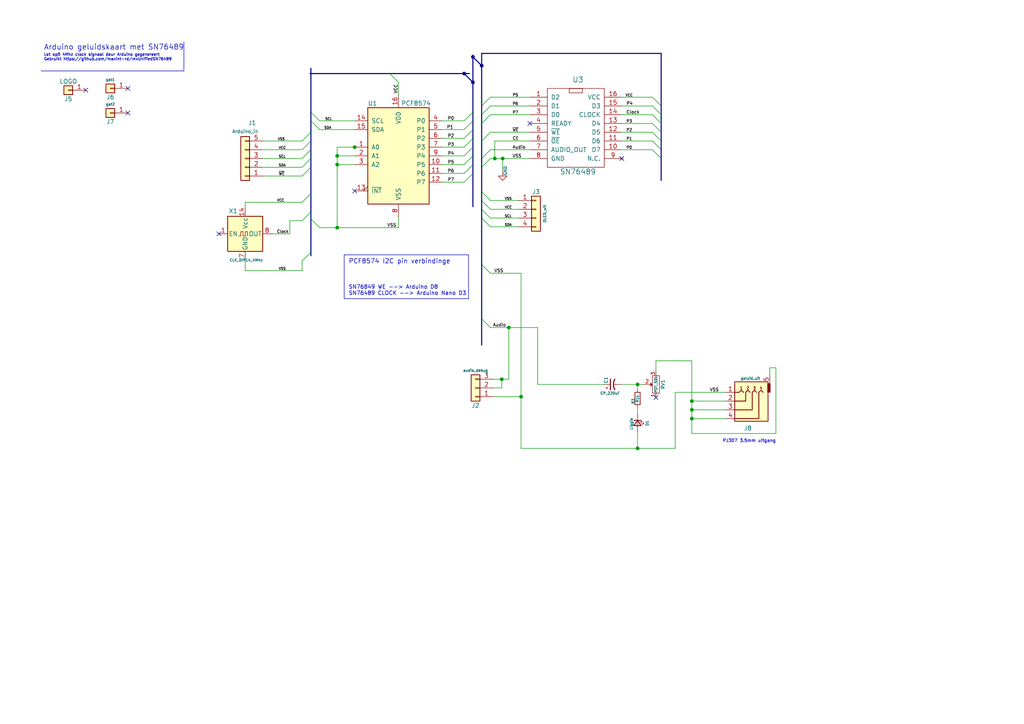
<source format=kicad_sch>
(kicad_sch (version 20230121) (generator eeschema)
  (paper "A4")
  (title_block (title "SN76489 geluid shield vir Arduino Nano") (date "2018-09-05") (rev "20180905 0.7.06") (company "EasyLab4Kids") (comment 1 "Ontwerp: Michiel Erasmus") (comment 2 "Webwerf: https://www.facebook.com/EasyBlocks4Kids/") (comment 3 "gebruik mxUnifiedSN76489") (comment 4 "Geluidskaart vir Arduino met Sega Genisis geluidskaart"))
  (lib_symbols
    (symbol "Device:LED_Small" (pin_numbers hide) (pin_names (offset 0.254) hide)
      (property "Reference" "D" (at -1.27 3.175 0))
      (property "Value" "LED_Small" (at -4.445 -2.54 0))
      (symbol "LED_Small_0_1"
        (polyline (pts (xy -0.762 -1.016) (xy -0.762 1.016)) (stroke (width 0.254)))
        (polyline (pts (xy 1.016 0) (xy -0.762 0)))
        (polyline (pts (xy 0.762 -1.016) (xy -0.762 0) (xy 0.762 1.016) (xy 0.762 -1.016)) (stroke (width 0.254)))
        (polyline (pts (xy 0 0.762) (xy -0.508 1.27) (xy -0.254 1.27) (xy -0.508 1.27) (xy -0.508 1.016)))
        (polyline (pts (xy 0.508 1.27) (xy 0 1.778) (xy 0.254 1.778) (xy 0 1.778) (xy 0 1.524)))
      )
      (symbol "LED_Small_1_1"
        (pin passive line (at -2.54 0 0) (length 1.778) (name "K") (number "1"))
        (pin passive line (at 2.54 0 180) (length 1.778) (name "A") (number "2"))
      )
    )
    (symbol "Device:R_Small" (pin_numbers hide) (pin_names (offset 0.254) hide)
      (property "Reference" "R" (at 0.762 0.508 0))
      (property "Value" "R_Small" (at 0.762 -1.016 0))
      (symbol "R_Small_0_1"
        (rectangle (start -0.762 1.778) (end 0.762 -1.778) (stroke (width 0.2032)))
      )
      (symbol "R_Small_1_1"
        (pin passive line (at 0 2.54 270) (length 0.762) (name "~") (number "1"))
        (pin passive line (at 0 -2.54 90) (length 0.762) (name "~") (number "2"))
      )
    )
    (symbol "Oscillator:CXO_DIP14" (pin_names (offset 0.254))
      (property "Reference" "X" (at -5.08 6.35 0))
      (property "Value" "CXO_DIP14" (at 1.27 -6.35 0))
      (symbol "CXO_DIP14_0_1"
        (rectangle (start -5.08 5.08) (end 5.08 -5.08) (stroke (width 0.254)) (fill (type background)))
        (polyline (pts (xy -1.905 -0.635) (xy -1.27 -0.635) (xy -1.27 0.635) (xy -0.635 0.635) (xy -0.635 -0.635) (xy 0 -0.635) (xy 0 0.635) (xy 0.635 0.635) (xy 0.635 -0.635)))
      )
      (symbol "CXO_DIP14_1_1"
        (pin input line (at -7.62 0 0) (length 2.54) (name "EN") (number "1"))
        (pin power_in line (at 0 7.62 270) (length 2.54) (name "Vcc") (number "14"))
        (pin power_in line (at 0 -7.62 90) (length 2.54) (name "GND") (number "7"))
        (pin output line (at 7.62 0 180) (length 2.54) (name "OUT") (number "8"))
      )
    )
    (symbol "SN76849 Arduino nano shield-rescue:Audio-Jack-5-conn" (pin_names (offset 1.016))
      (property "Reference" "J" (at -1.27 5.334 0))
      (property "Value" "conn:Audio-Jack-5" (at 0.635 -9.525 0))
      (symbol "Audio-Jack-5-conn_0_0"
        (rectangle (start -7.112 -8.128) (end 2.54 3.302) (stroke (width 0.254)) (fill (type background)))
        (text "1" (at 0.635 -6.35 0) (effects (font (size 0.762 0.762))))
        (text "2" (at -1.27 -6.35 0) (effects (font (size 0.762 0.762))))
        (text "3" (at -3.175 -6.35 0) (effects (font (size 0.762 0.762))))
        (text "4" (at -5.08 -6.35 0) (effects (font (size 0.762 0.762))))
      )
      (symbol "Audio-Jack-5-conn_0_1"
        (rectangle (start -6.985 -7.62) (end -7.747 -5.08) (fill (type outline)))
        (polyline (pts (xy 0 -5.08) (xy 0.635 -5.715) (xy 1.27 -5.08) (xy 2.54 -5.08)) (stroke (width 0.254)))
        (polyline (pts (xy -1.905 -5.08) (xy -1.27 -5.715) (xy -0.635 -5.08) (xy -0.635 -2.54) (xy 2.54 -2.54)) (stroke (width 0.254)))
        (polyline (pts (xy 2.54 0) (xy -2.54 0) (xy -2.54 -5.08) (xy -3.175 -5.715) (xy -3.81 -5.08)) (stroke (width 0.254)))
        (polyline (pts (xy 2.54 2.54) (xy -4.445 2.54) (xy -4.445 -5.08) (xy -5.08 -5.715) (xy -5.715 -5.08)) (stroke (width 0.254)))
      )
      (symbol "Audio-Jack-5-conn_1_1"
        (pin passive line (at 5.08 -5.08 180) (length 2.54) (name "~") (number "1"))
        (pin passive line (at 5.08 -2.54 180) (length 2.54) (name "~") (number "2"))
        (pin passive line (at 5.08 0 180) (length 2.54) (name "~") (number "3"))
        (pin passive line (at 5.08 2.54 180) (length 2.54) (name "~") (number "4"))
        (pin passive line (at -7.62 -10.16 90) (length 2.54) (name "~") (number "5"))
      )
    )
    (symbol "SN76849 Arduino nano shield-rescue:CP1_Small-Device" (pin_numbers hide) (pin_names (offset 0.254) hide)
      (property "Reference" "C" (at 0.254 1.778 0))
      (property "Value" "Device:CP1_Small" (at 0.254 -2.032 0))
      (symbol "CP1_Small-Device_0_1"
        (polyline (pts (xy -1.524 0.508) (xy 1.524 0.508)) (stroke (width 0.3048)))
        (polyline (pts (xy -1.27 1.524) (xy -0.762 1.524)))
        (polyline (pts (xy -1.016 1.27) (xy -1.016 1.778)))
        (arc (start 1.524 -0.762) (mid 0 -0.3734) (end -1.524 -0.762) (stroke (width 0.3048)))
      )
      (symbol "CP1_Small-Device_1_1"
        (pin passive line (at 0 2.54 270) (length 2.032) (name "~") (number "1"))
        (pin passive line (at 0 -2.54 90) (length 2.032) (name "~") (number "2"))
      )
    )
    (symbol "SN76849 Arduino nano shield-rescue:Conn_01x01-conn" (pin_names (offset 1.016) hide)
      (property "Reference" "J" (at 0 2.54 0))
      (property "Value" "conn:Conn_01x01" (at 0 -2.54 0))
      (symbol "Conn_01x01-conn_1_1"
        (rectangle (start -1.27 0.127) (end 0 -0.127) (stroke (width 0.1524)))
        (rectangle (start -1.27 1.27) (end 1.27 -1.27) (stroke (width 0.254)) (fill (type background)))
        (pin passive line (at -5.08 0 0) (length 3.81) (name "Pin_1") (number "1"))
      )
    )
    (symbol "SN76849 Arduino nano shield-rescue:Conn_01x03-conn" (pin_names (offset 1.016) hide)
      (property "Reference" "J" (at 0 5.08 0))
      (property "Value" "conn:Conn_01x03" (at 0 -5.08 0))
      (symbol "Conn_01x03-conn_1_1"
        (rectangle (start -1.27 -2.413) (end 0 -2.667) (stroke (width 0.1524)))
        (rectangle (start -1.27 0.127) (end 0 -0.127) (stroke (width 0.1524)))
        (rectangle (start -1.27 2.667) (end 0 2.413) (stroke (width 0.1524)))
        (rectangle (start -1.27 3.81) (end 1.27 -3.81) (stroke (width 0.254)) (fill (type background)))
        (pin passive line (at -5.08 2.54 0) (length 3.81) (name "Pin_1") (number "1"))
        (pin passive line (at -5.08 0 0) (length 3.81) (name "Pin_2") (number "2"))
        (pin passive line (at -5.08 -2.54 0) (length 3.81) (name "Pin_3") (number "3"))
      )
    )
    (symbol "SN76849 Arduino nano shield-rescue:Conn_01x04-conn" (pin_names (offset 1.016) hide)
      (property "Reference" "J" (at 0 5.08 0))
      (property "Value" "conn:Conn_01x04" (at 0 -7.62 0))
      (symbol "Conn_01x04-conn_1_1"
        (rectangle (start -1.27 -4.953) (end 0 -5.207) (stroke (width 0.1524)))
        (rectangle (start -1.27 -2.413) (end 0 -2.667) (stroke (width 0.1524)))
        (rectangle (start -1.27 0.127) (end 0 -0.127) (stroke (width 0.1524)))
        (rectangle (start -1.27 2.667) (end 0 2.413) (stroke (width 0.1524)))
        (rectangle (start -1.27 3.81) (end 1.27 -6.35) (stroke (width 0.254)) (fill (type background)))
        (pin passive line (at -5.08 2.54 0) (length 3.81) (name "Pin_1") (number "1"))
        (pin passive line (at -5.08 0 0) (length 3.81) (name "Pin_2") (number "2"))
        (pin passive line (at -5.08 -2.54 0) (length 3.81) (name "Pin_3") (number "3"))
        (pin passive line (at -5.08 -5.08 0) (length 3.81) (name "Pin_4") (number "4"))
      )
    )
    (symbol "SN76849 Arduino nano shield-rescue:Conn_01x05-conn" (pin_names (offset 1.016) hide)
      (property "Reference" "J" (at 0 7.62 0))
      (property "Value" "conn:Conn_01x05" (at 0 -7.62 0))
      (symbol "Conn_01x05-conn_1_1"
        (rectangle (start -1.27 -4.953) (end 0 -5.207) (stroke (width 0.1524)))
        (rectangle (start -1.27 -2.413) (end 0 -2.667) (stroke (width 0.1524)))
        (rectangle (start -1.27 0.127) (end 0 -0.127) (stroke (width 0.1524)))
        (rectangle (start -1.27 2.667) (end 0 2.413) (stroke (width 0.1524)))
        (rectangle (start -1.27 5.207) (end 0 4.953) (stroke (width 0.1524)))
        (rectangle (start -1.27 6.35) (end 1.27 -6.35) (stroke (width 0.254)) (fill (type background)))
        (pin passive line (at -5.08 5.08 0) (length 3.81) (name "Pin_1") (number "1"))
        (pin passive line (at -5.08 2.54 0) (length 3.81) (name "Pin_2") (number "2"))
        (pin passive line (at -5.08 0 0) (length 3.81) (name "Pin_3") (number "3"))
        (pin passive line (at -5.08 -2.54 0) (length 3.81) (name "Pin_4") (number "4"))
        (pin passive line (at -5.08 -5.08 0) (length 3.81) (name "Pin_5") (number "5"))
      )
    )
    (symbol "SN76849 Arduino nano shield-rescue:PCF8574-philips" (pin_names (offset 1.016))
      (property "Reference" "U" (at -8.89 15.24 0))
      (property "Value" "philips:PCF8574" (at 2.54 15.24 0))
      (symbol "PCF8574-philips_0_1"
        (rectangle (start -8.89 -13.97) (end 8.89 13.97) (stroke (width 0.254)) (fill (type background)))
      )
      (symbol "PCF8574-philips_1_1"
        (pin input line (at -12.7 2.54 0) (length 3.81) (name "A0") (number "1"))
        (pin bidirectional line (at 12.7 -2.54 180) (length 3.81) (name "P5") (number "10"))
        (pin bidirectional line (at 12.7 -5.08 180) (length 3.81) (name "P6") (number "11"))
        (pin bidirectional line (at 12.7 -7.62 180) (length 3.81) (name "P7") (number "12"))
        (pin open_collector output_low (at -12.7 -10.16 0) (length 3.81) (name "~{INT}") (number "13"))
        (pin input line (at -12.7 10.16 0) (length 3.81) (name "SCL") (number "14"))
        (pin bidirectional line (at -12.7 7.62 0) (length 3.81) (name "SDA") (number "15"))
        (pin power_in line (at 0 17.78 270) (length 3.81) (name "VDD") (number "16"))
        (pin input line (at -12.7 0 0) (length 3.81) (name "A1") (number "2"))
        (pin input line (at -12.7 -2.54 0) (length 3.81) (name "A2") (number "3"))
        (pin bidirectional line (at 12.7 10.16 180) (length 3.81) (name "P0") (number "4"))
        (pin bidirectional line (at 12.7 7.62 180) (length 3.81) (name "P1") (number "5"))
        (pin bidirectional line (at 12.7 5.08 180) (length 3.81) (name "P2") (number "6"))
        (pin bidirectional line (at 12.7 2.54 180) (length 3.81) (name "P3") (number "7"))
        (pin power_in line (at 0 -17.78 90) (length 3.81) (name "VSS") (number "8"))
        (pin bidirectional line (at 12.7 0 180) (length 3.81) (name "P4") (number "9"))
      )
    )
    (symbol "SN76849-Arduino-nano-shield-rescue:POT-RESCUE-SN76849_Arduino_nano_shield" (pin_names (offset 1.016) hide)
      (property "Reference" "RV" (at 0 -2.032 0))
      (property "Value" "POT-RESCUE-SN76849_Arduino_nano_shield" (at 0 0 0))
      (symbol "POT-RESCUE-SN76849_Arduino_nano_shield_0_1"
        (rectangle (start -2.54 1.016) (end 2.54 -1.016))
        (polyline (pts (xy 0 1.016) (xy -0.508 1.524) (xy 0.508 1.524)) (fill (type outline)))
      )
      (symbol "POT-RESCUE-SN76849_Arduino_nano_shield_1_1"
        (pin passive line (at -3.81 0 0) (length 1.27) (name "1") (number "1"))
        (pin passive line (at 0 3.81 270) (length 2.54) (name "2") (number "2"))
        (pin passive line (at 3.81 0 180) (length 1.27) (name "3") (number "3"))
      )
    )
    (symbol "easylab4kids:SN76489" (pin_names (offset 1.016))
      (property "Reference" "U" (at 0 13.97 0))
      (property "Value" "SN76489" (at 0 -12.7 0))
      (symbol "SN76489_0_1"
        (rectangle (start -8.89 11.43) (end 7.62 -11.43))
        (rectangle (start -2.54 11.43) (end 1.27 10.16))
      )
      (symbol "SN76489_1_1"
        (pin input line (at -13.97 8.89 0) (length 5.08) (name "D2") (number "1"))
        (pin input line (at 12.7 -6.35 180) (length 5.08) (name "D7") (number "10"))
        (pin input line (at 12.7 -3.81 180) (length 5.08) (name "D6") (number "11"))
        (pin input line (at 12.7 -1.27 180) (length 5.08) (name "D5") (number "12"))
        (pin input line (at 12.7 1.27 180) (length 5.08) (name "D4") (number "13"))
        (pin input line (at 12.7 3.81 180) (length 5.08) (name "CLOCK") (number "14"))
        (pin input line (at 12.7 6.35 180) (length 5.08) (name "D3") (number "15"))
        (pin power_in line (at 12.7 8.89 180) (length 5.08) (name "VCC") (number "16"))
        (pin input line (at -13.97 6.35 0) (length 5.08) (name "D1") (number "2"))
        (pin output line (at -13.97 3.81 0) (length 5.08) (name "D0") (number "3"))
        (pin power_out line (at -13.97 1.27 0) (length 5.08) (name "READY") (number "4"))
        (pin power_in line (at -13.97 -1.27 0) (length 5.08) (name "~{WE}") (number "5"))
        (pin power_in line (at -13.97 -3.81 0) (length 5.08) (name "~{OE}") (number "6"))
        (pin input line (at -13.97 -6.35 0) (length 5.08) (name "AUDIO_OUT") (number "7"))
        (pin power_in line (at -13.97 -8.89 0) (length 5.08) (name "GND") (number "8"))
        (pin no_connect line (at 12.7 -8.89 180) (length 5.08) (name "N.C.") (number "9"))
      )
    )
    (symbol "power:GND" (power) (pin_names (offset 0))
      (property "Value" "GND" (at 0 -3.81 0))
      (symbol "GND_0_1"
        (polyline (pts (xy 0 0) (xy 0 -1.27) (xy 1.27 -1.27) (xy 0 -2.54) (xy -1.27 -1.27) (xy 0 -1.27)))
      )
      (symbol "GND_1_1"
        (pin power_in line (at 0 0 270) (length 0) hide (name "GND") (number "1"))
      )
    )
  )
  (junction (at 134.62 21.336))
  (junction (at 145.542 109.982))
  (junction (at 184.912 130.048))
  (junction (at 102.87 42.672))
  (junction (at 200.66 118.872))
  (junction (at 137.16 23.876))
  (junction (at 184.912 111.506))
  (junction (at 145.796 45.974))
  (junction (at 137.16 16.51))
  (junction (at 143.51 45.974))
  (junction (at 147.574 94.996))
  (junction (at 151.13 115.062))
  (junction (at 97.79 47.752))
  (junction (at 200.66 121.412))
  (junction (at 200.66 116.332))
  (junction (at 97.79 45.212))
  (junction (at 139.7 19.05))
  (junction (at 97.79 66.04))
  (no_connect (at 190.246 115.316))
  (no_connect (at 153.67 35.814))
  (no_connect (at 37.084 32.766))
  (no_connect (at 24.892 26.162))
  (no_connect (at 180.34 45.974))
  (no_connect (at 37.084 25.654))
  (no_connect (at 63.5 67.818))
  (no_connect (at 102.87 55.372))
  (bus_entry (at 87.63 40.894) (size 2.54 -2.54))
  (bus_entry (at 87.63 45.974) (size 2.54 -2.54))
  (bus_entry (at 139.7 63.246) (size 2.54 2.54))
  (bus_entry (at 134.62 52.832) (size 2.54 -2.54))
  (bus_entry (at 90.17 32.512) (size 2.54 2.54))
  (bus_entry (at 189.23 33.274) (size 2.54 2.54))
  (bus_entry (at 139.7 33.274) (size 2.54 -2.54))
  (bus_entry (at 87.63 48.514) (size 2.54 -2.54))
  (bus_entry (at 139.7 48.514) (size 2.54 -2.54))
  (bus_entry (at 139.7 58.166) (size 2.54 2.54))
  (bus_entry (at 189.23 40.894) (size 2.54 2.54))
  (bus_entry (at 90.17 63.5) (size 2.54 2.54))
  (bus_entry (at 87.63 58.674) (size 2.54 -2.54))
  (bus_entry (at 139.7 45.974) (size 2.54 -2.54))
  (bus_entry (at 87.63 64.008) (size 2.54 -2.54))
  (bus_entry (at 139.7 60.706) (size 2.54 2.54))
  (bus_entry (at 87.63 51.054) (size 2.54 -2.54))
  (bus_entry (at 134.62 42.672) (size 2.54 -2.54))
  (bus_entry (at 189.23 30.734) (size 2.54 2.54))
  (bus_entry (at 134.62 35.052) (size 2.54 -2.54))
  (bus_entry (at 87.63 75.692) (size 2.54 -2.54))
  (bus_entry (at 113.03 21.336) (size 2.54 2.54))
  (bus_entry (at 134.62 45.212) (size 2.54 -2.54))
  (bus_entry (at 139.7 30.734) (size 2.54 -2.54))
  (bus_entry (at 139.7 92.456) (size 2.54 2.54))
  (bus_entry (at 134.62 47.752) (size 2.54 -2.54))
  (bus_entry (at 189.23 35.814) (size 2.54 2.54))
  (bus_entry (at 87.63 43.434) (size 2.54 -2.54))
  (bus_entry (at 189.23 38.354) (size 2.54 2.54))
  (bus_entry (at 139.7 35.814) (size 2.54 -2.54))
  (bus_entry (at 139.7 76.708) (size 2.54 2.54))
  (bus_entry (at 139.7 40.894) (size 2.54 -2.54))
  (bus_entry (at 134.62 37.592) (size 2.54 -2.54))
  (bus_entry (at 189.23 43.434) (size 2.54 2.54))
  (bus_entry (at 90.17 35.052) (size 2.54 2.54))
  (bus_entry (at 189.23 28.194) (size 2.54 2.54))
  (bus_entry (at 139.7 55.626) (size 2.54 2.54))
  (bus_entry (at 134.62 50.292) (size 2.54 -2.54))
  (bus_entry (at 134.62 40.132) (size 2.54 -2.54))
  (wire (pts (xy 142.24 30.734) (xy 153.67 30.734)))
  (wire (pts (xy 147.574 109.982) (xy 147.574 94.996)))
  (wire (pts (xy 180.34 28.194) (xy 189.23 28.194)))
  (bus (pts (xy 90.17 40.894) (xy 90.17 43.434)))
  (wire (pts (xy 128.27 40.132) (xy 134.62 40.132)))
  (wire (pts (xy 180.086 111.506) (xy 184.912 111.506)))
  (wire (pts (xy 184.912 130.048) (xy 195.834 130.048)))
  (wire (pts (xy 87.63 64.008) (xy 84.074 64.008)))
  (wire (pts (xy 71.12 78.486) (xy 87.63 78.486)))
  (bus (pts (xy 139.7 30.734) (xy 139.7 33.274)))
  (wire (pts (xy 102.87 42.672) (xy 97.79 42.672)))
  (bus (pts (xy 139.7 40.894) (xy 139.7 45.974)))
  (bus (pts (xy 139.7 45.974) (xy 139.7 48.514)))
  (wire (pts (xy 97.79 66.04) (xy 115.57 66.04)))
  (wire (pts (xy 145.542 112.522) (xy 145.542 109.982)))
  (wire (pts (xy 76.2 40.894) (xy 87.63 40.894)))
  (bus (pts (xy 139.7 60.706) (xy 139.7 63.246)))
  (wire (pts (xy 223.266 106.68) (xy 225.044 106.68)))
  (wire (pts (xy 190.246 107.696) (xy 190.246 104.648)))
  (wire (pts (xy 184.912 111.506) (xy 186.436 111.506)))
  (wire (pts (xy 180.34 43.434) (xy 189.23 43.434)))
  (wire (pts (xy 180.34 35.814) (xy 189.23 35.814)))
  (bus (pts (xy 90.17 73.152) (xy 90.17 74.168)))
  (wire (pts (xy 143.51 40.894) (xy 153.67 40.894)))
  (bus (pts (xy 137.16 45.212) (xy 137.16 47.752)))
  (wire (pts (xy 92.71 35.052) (xy 102.87 35.052)))
  (wire (pts (xy 143.002 112.522) (xy 145.542 112.522)))
  (bus (pts (xy 90.17 43.434) (xy 90.17 45.974)))
  (wire (pts (xy 71.12 58.674) (xy 71.12 60.198)))
  (bus (pts (xy 139.7 55.626) (xy 139.7 58.166)))
  (wire (pts (xy 134.62 45.212) (xy 128.27 45.212)))
  (bus (pts (xy 90.17 38.354) (xy 90.17 40.894)))
  (wire (pts (xy 151.13 130.048) (xy 184.912 130.048)))
  (bus (pts (xy 137.16 42.672) (xy 137.16 45.212)))
  (wire (pts (xy 71.12 75.438) (xy 71.12 78.486)))
  (wire (pts (xy 97.79 47.752) (xy 102.87 47.752)))
  (wire (pts (xy 143.51 45.974) (xy 145.796 45.974)))
  (wire (pts (xy 145.542 109.982) (xy 143.002 109.982)))
  (wire (pts (xy 76.2 45.974) (xy 87.63 45.974)))
  (wire (pts (xy 200.66 116.332) (xy 210.566 116.332)))
  (wire (pts (xy 150.368 65.786) (xy 142.24 65.786)))
  (wire (pts (xy 195.834 113.792) (xy 210.566 113.792)))
  (wire (pts (xy 180.34 33.274) (xy 189.23 33.274)))
  (wire (pts (xy 223.266 108.712) (xy 223.266 106.68)))
  (wire (pts (xy 180.34 30.734) (xy 189.23 30.734)))
  (bus (pts (xy 139.7 15.494) (xy 139.7 19.05)))
  (wire (pts (xy 102.87 42.418) (xy 102.87 42.672)))
  (wire (pts (xy 180.34 40.894) (xy 189.23 40.894)))
  (bus (pts (xy 139.7 63.246) (xy 139.7 76.708)))
  (wire (pts (xy 151.13 115.062) (xy 151.13 130.048)))
  (bus (pts (xy 137.16 16.51) (xy 139.7 19.05)))
  (bus (pts (xy 90.17 19.812) (xy 90.17 32.512)))
  (wire (pts (xy 102.87 37.592) (xy 92.71 37.592)))
  (wire (pts (xy 200.66 121.412) (xy 200.66 125.73)))
  (wire (pts (xy 87.63 78.486) (xy 87.63 75.692)))
  (bus (pts (xy 139.7 48.514) (xy 139.7 55.626)))
  (wire (pts (xy 128.27 42.672) (xy 134.62 42.672)))
  (wire (pts (xy 151.13 79.248) (xy 142.24 79.248)))
  (bus (pts (xy 191.77 38.354) (xy 191.77 40.894)))
  (bus (pts (xy 90.17 45.974) (xy 90.17 48.514)))
  (bus (pts (xy 137.16 40.132) (xy 137.16 42.672)))
  (wire (pts (xy 145.542 109.982) (xy 147.574 109.982)))
  (wire (pts (xy 142.24 58.166) (xy 150.368 58.166)))
  (wire (pts (xy 184.912 125.222) (xy 184.912 130.048)))
  (wire (pts (xy 142.24 28.194) (xy 153.67 28.194)))
  (bus (pts (xy 139.7 35.814) (xy 139.7 40.894)))
  (polyline (pts (xy 53.34 20.574) (xy 11.938 20.574)))
  (wire (pts (xy 134.62 37.592) (xy 128.27 37.592)))
  (bus (pts (xy 139.7 33.274) (xy 139.7 35.814)))
  (wire (pts (xy 145.796 45.974) (xy 153.67 45.974)))
  (wire (pts (xy 87.63 43.434) (xy 76.2 43.434)))
  (bus (pts (xy 139.7 15.494) (xy 191.77 15.494)))
  (bus (pts (xy 191.77 15.494) (xy 191.77 30.734)))
  (wire (pts (xy 115.57 66.04) (xy 115.57 62.992)))
  (bus (pts (xy 137.16 16.002) (xy 137.16 16.51)))
  (wire (pts (xy 134.62 47.752) (xy 128.27 47.752)))
  (bus (pts (xy 90.17 56.134) (xy 90.17 61.468)))
  (bus (pts (xy 90.17 63.5) (xy 90.17 73.152)))
  (bus (pts (xy 137.16 37.592) (xy 137.16 40.132)))
  (bus (pts (xy 89.916 21.336) (xy 113.03 21.336)))
  (wire (pts (xy 200.66 118.872) (xy 210.566 118.872)))
  (polyline (pts (xy 99.822 73.914) (xy 135.89 73.914)))
  (wire (pts (xy 142.24 43.434) (xy 153.67 43.434)))
  (wire (pts (xy 97.79 42.672) (xy 97.79 45.212)))
  (wire (pts (xy 225.044 125.73) (xy 200.66 125.73)))
  (wire (pts (xy 128.27 50.292) (xy 134.62 50.292)))
  (polyline (pts (xy 99.822 86.614) (xy 99.822 73.914)))
  (bus (pts (xy 137.16 50.292) (xy 137.16 59.944)))
  (wire (pts (xy 84.074 64.008) (xy 84.074 67.818)))
  (wire (pts (xy 78.74 67.818) (xy 84.074 67.818)))
  (wire (pts (xy 200.66 118.872) (xy 200.66 121.412)))
  (wire (pts (xy 200.66 116.332) (xy 200.66 118.872)))
  (bus (pts (xy 191.77 40.894) (xy 191.77 43.434)))
  (bus (pts (xy 139.7 19.05) (xy 139.7 30.734)))
  (bus (pts (xy 191.77 33.274) (xy 191.77 35.814)))
  (wire (pts (xy 115.57 23.876) (xy 115.57 27.432)))
  (polyline (pts (xy 135.89 86.614) (xy 99.822 86.614)))
  (bus (pts (xy 134.62 21.336) (xy 136.144 21.336)))
  (wire (pts (xy 87.63 58.674) (xy 71.12 58.674)))
  (bus (pts (xy 139.7 92.456) (xy 139.7 100.076)))
  (wire (pts (xy 200.66 104.648) (xy 200.66 116.332)))
  (wire (pts (xy 184.912 113.03) (xy 184.912 111.506)))
  (wire (pts (xy 143.002 115.062) (xy 151.13 115.062)))
  (wire (pts (xy 102.87 45.212) (xy 97.79 45.212)))
  (bus (pts (xy 137.16 35.052) (xy 137.16 37.592)))
  (wire (pts (xy 180.34 38.354) (xy 189.23 38.354)))
  (bus (pts (xy 139.7 58.166) (xy 139.7 60.706)))
  (wire (pts (xy 155.956 94.996) (xy 155.956 111.506)))
  (wire (pts (xy 184.912 118.11) (xy 184.912 120.142)))
  (wire (pts (xy 151.13 79.248) (xy 151.13 115.062)))
  (wire (pts (xy 190.246 104.648) (xy 200.66 104.648)))
  (wire (pts (xy 225.044 106.68) (xy 225.044 125.73)))
  (bus (pts (xy 137.16 47.752) (xy 137.16 50.292)))
  (wire (pts (xy 200.66 121.412) (xy 210.566 121.412)))
  (bus (pts (xy 113.03 21.336) (xy 134.62 21.336)))
  (wire (pts (xy 147.574 94.996) (xy 155.956 94.996)))
  (wire (pts (xy 145.796 45.974) (xy 145.796 49.784)))
  (wire (pts (xy 142.24 38.354) (xy 153.67 38.354)))
  (wire (pts (xy 142.24 45.974) (xy 143.51 45.974)))
  (bus (pts (xy 90.17 61.468) (xy 90.17 63.5)))
  (bus (pts (xy 90.17 32.512) (xy 90.17 35.052)))
  (bus (pts (xy 191.77 43.434) (xy 191.77 45.974)))
  (bus (pts (xy 134.62 21.336) (xy 137.16 23.876)))
  (wire (pts (xy 142.24 33.274) (xy 153.67 33.274)))
  (wire (pts (xy 97.79 45.212) (xy 97.79 47.752)))
  (wire (pts (xy 142.24 63.246) (xy 150.368 63.246)))
  (bus (pts (xy 137.16 23.876) (xy 137.16 32.512)))
  (wire (pts (xy 143.51 40.894) (xy 143.51 45.974)))
  (bus (pts (xy 137.16 32.512) (xy 137.16 35.052)))
  (bus (pts (xy 90.17 35.052) (xy 90.17 38.354)))
  (bus (pts (xy 137.16 16.51) (xy 137.16 23.876)))
  (polyline (pts (xy 135.89 73.914) (xy 135.89 86.614)))
  (polyline (pts (xy 53.34 12.192) (xy 53.34 20.574)))
  (wire (pts (xy 142.24 94.996) (xy 147.574 94.996)))
  (wire (pts (xy 76.2 51.054) (xy 87.63 51.054)))
  (wire (pts (xy 97.79 47.752) (xy 97.79 66.04)))
  (bus (pts (xy 191.77 35.814) (xy 191.77 38.354)))
  (bus (pts (xy 90.17 48.514) (xy 90.17 56.134)))
  (wire (pts (xy 150.368 60.706) (xy 142.24 60.706)))
  (bus (pts (xy 191.77 45.974) (xy 191.77 52.324)))
  (bus (pts (xy 139.7 76.708) (xy 139.7 92.456)))
  (wire (pts (xy 92.71 66.04) (xy 97.79 66.04)))
  (wire (pts (xy 87.63 48.514) (xy 76.2 48.514)))
  (wire (pts (xy 134.62 35.052) (xy 128.27 35.052)))
  (wire (pts (xy 155.956 111.506) (xy 175.006 111.506)))
  (wire (pts (xy 195.834 130.048) (xy 195.834 113.792)))
  (bus (pts (xy 191.77 30.734) (xy 191.77 33.274)))
  (wire (pts (xy 134.62 52.832) (xy 128.27 52.832)))
  (text "PCF8574 I2C pin verbindinge" (at 101.092 76.708 0) (effects (font (size 1.3208 1.3208)) (justify left bottom)))
  (text "PJ307 3.5mm uitgang" (at 209.55 128.524 0) (effects (font (size 0.9144 0.9144)) (justify left bottom)))
  (text "Arduino geluidskaart met SN76489\n" (at 12.7 14.732 0) (effects (font (size 1.524 1.524)) (justify left bottom)))
  (text "Let op!! 4Mhz clock signaal deur Arduino gegenereert\nGebruikt https://github.com/maxint-rd/mxUnifiedSN76489" (at 12.7 17.78 0) (effects (font (size 0.8128 0.8128)) (justify left bottom)))
  (text "SN76849 WE --> Arduino D8\nSN76489 CLOCK --> Arduino Nano D3\n" (at 101.092 85.852 0) (effects (font (size 1.1176 1.1176)) (justify left bottom)))
  (label "VSS" (at 112.268 66.04 0) (effects (font (size 0.9144 0.9144))))
  (label "P1" (at 181.61 40.894 0) (effects (font (size 0.8128 0.8128))))
  (label "VCC" (at 115.57 27.178 90) (effects (font (size 0.9144 0.9144))))
  (label "VCC" (at 181.356 28.194 0) (effects (font (size 0.7112 0.7112))))
  (label "SDA" (at 146.304 65.786 0) (effects (font (size 0.7112 0.7112))))
  (label "SDA" (at 93.98 37.592 0) (effects (font (size 0.7112 0.7112))))
  (label "VSS" (at 208.534 113.792 180) (effects (font (size 0.9144 0.9144))))
  (label "P3" (at 129.794 42.672 0) (effects (font (size 0.9144 0.9144))))
  (label "CE" (at 148.59 40.894 0) (effects (font (size 0.9144 0.9144))))
  (label "VSS" (at 80.772 78.486 0) (effects (font (size 0.7112 0.7112))))
  (label "P0" (at 129.794 35.052 0) (effects (font (size 0.9144 0.9144))))
  (label "P6" (at 148.59 30.734 0) (effects (font (size 0.8128 0.8128))))
  (label "P2" (at 129.794 40.132 0) (effects (font (size 0.9144 0.9144))))
  (label "P7" (at 148.59 33.274 0) (effects (font (size 0.8128 0.8128))))
  (label "Clock" (at 80.264 67.818 0) (effects (font (size 0.8128 0.8128))))
  (label "VSS" (at 146.05 79.248 180) (effects (font (size 0.9144 0.9144))))
  (label "~{WE}" (at 148.59 38.354 0) (effects (font (size 0.8128 0.8128))))
  (label "P4" (at 129.794 45.212 0) (effects (font (size 0.9144 0.9144))))
  (label "~{WE}" (at 80.772 51.054 0) (effects (font (size 0.8128 0.8128))))
  (label "Clock" (at 181.61 33.274 0) (effects (font (size 0.9144 0.9144))))
  (label "P4" (at 181.61 30.734 0) (effects (font (size 0.9144 0.9144))))
  (label "P0" (at 181.61 43.434 0) (effects (font (size 0.8128 0.8128))))
  (label "P5" (at 129.794 47.752 0) (effects (font (size 0.9144 0.9144))))
  (label "SDA" (at 80.772 48.514 0) (effects (font (size 0.7112 0.7112))))
  (label "P1" (at 129.54 37.592 0) (effects (font (size 0.9144 0.9144))))
  (label "P2" (at 181.61 38.354 0) (effects (font (size 0.8128 0.8128))))
  (label "P6" (at 129.794 50.292 0) (effects (font (size 0.9144 0.9144))))
  (label "VSS" (at 148.59 45.974 0) (effects (font (size 0.9144 0.9144))))
  (label "SCL" (at 94.234 35.052 0) (effects (font (size 0.7112 0.7112))))
  (label "Audio" (at 146.812 94.996 180) (effects (font (size 0.9144 0.9144))))
  (label "P7" (at 129.794 52.832 0) (effects (font (size 0.9144 0.9144))))
  (label "SCL" (at 80.772 45.974 0) (effects (font (size 0.7112 0.7112))))
  (label "SCL" (at 146.304 63.246 0) (effects (font (size 0.7112 0.7112))))
  (label "P3" (at 181.61 35.814 0) (effects (font (size 0.8128 0.8128))))
  (label "VSS" (at 146.304 58.166 0) (effects (font (size 0.7112 0.7112))))
  (label "VCC" (at 146.304 60.706 0) (effects (font (size 0.7112 0.7112))))
  (label "P5" (at 148.59 28.194 0) (effects (font (size 0.8128 0.8128))))
  (label "VCC" (at 80.264 58.674 0) (effects (font (size 0.7112 0.7112))))
  (label "Audio" (at 148.59 43.434 0) (effects (font (size 0.9144 0.9144))))
  (label "VCC" (at 80.772 43.434 0) (effects (font (size 0.7112 0.7112))))
  (label "VSS" (at 80.518 40.894 0) (effects (font (size 0.7112 0.7112))))
  (symbol (lib_id "SN76849 Arduino nano shield-rescue:PCF8574-philips") (at 115.57 45.212 0) (unit 1)
    (property "Reference" "U1" (at 106.68 29.972 0) (effects (justify left)))
    (property "Value" "PCF8574" (at 116.332 29.972 0) (effects (justify left)))
    (property "Footprint" "w_pth_circuits:dil_16-300_socket" (effects hide))
  )
  (symbol (lib_id "easylab4kids:SN76489") (at 167.64 37.084 0) (unit 1)
    (property "Reference" "U3" (at 167.64 23.114 0) (effects (font (size 1.524 1.524))))
    (property "Value" "SN76489" (at 167.64 49.784 0) (effects (font (size 1.524 1.524))))
    (property "Footprint" "w_pth_circuits:dil_16-300_socket" (effects hide))
  )
  (symbol (lib_id "SN76849-Arduino-nano-shield-rescue:POT-RESCUE-SN76849_Arduino_nano_shield") (at 190.246 111.506 90) (unit 1)
    (property "Reference" "RV1" (at 192.278 111.506 0) (effects (font (size 0.9652 0.9652))))
    (property "Value" "POT_50k" (at 190.246 111.506 0) (effects (font (size 0.762 0.762))))
    (property "Footprint" "w_pth_resistors:trimmer_ecp_ca9-h2,5" (effects hide))
  )
  (symbol (lib_id "power:GND") (at 145.796 49.784 0) (unit 1)
    (property "Reference" "#PWR01" (effects hide))
    (property "Value" "GND" (at 146.558 49.53 90) (effects (font (size 0.8636 0.8636))))
  )
  (symbol (lib_id "SN76849 Arduino nano shield-rescue:CP1_Small-Device") (at 177.546 111.506 90) (unit 1)
    (property "Reference" "C1" (at 175.768 111.252 0) (effects (font (size 0.9652 0.9652)) (justify left)))
    (property "Value" "CP_220uF" (at 179.832 114.046 90) (effects (font (size 0.762 0.762)) (justify left)))
    (property "Footprint" "Capacitors_THT:CP_Radial_D10.0mm_P3.50mm" (effects hide))
  )
  (symbol (lib_id "SN76849 Arduino nano shield-rescue:Audio-Jack-5-conn") (at 215.646 118.872 180) (unit 1)
    (property "Reference" "J8" (at 216.916 124.206 0))
    (property "Value" "geluid_uit" (at 217.678 109.728 0) (effects (font (size 0.762 0.762))))
    (property "Footprint" "Connector_Audio:Jack_3.5mm_Lumberg_1503_07_Horizontal" (effects hide))
  )
  (symbol (lib_id "Device:LED_Small") (at 184.912 122.682 270) (unit 1)
    (property "Reference" "D1" (at 187.706 121.92 0) (effects (font (size 0.762 0.762)) (justify left)))
    (property "Value" "Liggie" (at 183.134 121.158 0) (effects (font (size 0.762 0.762)) (justify left)))
    (property "Footprint" "LEDs:LED_D3.0mm" (effects hide))
  )
  (symbol (lib_id "Device:R_Small") (at 184.912 115.57 180) (unit 1)
    (property "Reference" "R3" (at 183.642 115.57 90) (effects (font (size 0.762 0.762)) (justify left)))
    (property "Value" "R1k" (at 184.912 114.554 90) (effects (font (size 0.762 0.762)) (justify left)))
    (property "Footprint" "w_pth_resistors:RC03" (effects hide))
  )
  (symbol (lib_id "SN76849 Arduino nano shield-rescue:Conn_01x01-conn") (at 19.812 26.162 180) (unit 1)
    (property "Reference" "J5" (at 19.812 28.702 0))
    (property "Value" "LOGO" (at 19.812 23.622 0))
    (property "Footprint" "lib_michiel:Sovjet_simpits_logo01" (effects hide))
  )
  (symbol (lib_id "SN76849 Arduino nano shield-rescue:Conn_01x01-conn") (at 32.004 25.654 180) (unit 1)
    (property "Reference" "J6" (at 32.004 28.194 0))
    (property "Value" "gat1" (at 32.004 23.114 0) (effects (font (size 0.762 0.762))))
    (property "Footprint" "Mounting_Holes:MountingHole_2.5mm_Pad" (effects hide))
  )
  (symbol (lib_id "SN76849 Arduino nano shield-rescue:Conn_01x01-conn") (at 32.004 32.766 180) (unit 1)
    (property "Reference" "J7" (at 32.004 35.306 0))
    (property "Value" "gat2" (at 32.004 30.226 0) (effects (font (size 0.762 0.762))))
    (property "Footprint" "Mounting_Holes:MountingHole_2.5mm_Pad" (effects hide))
  )
  (symbol (lib_id "SN76849 Arduino nano shield-rescue:Conn_01x04-conn") (at 155.448 60.706 0) (unit 1)
    (property "Reference" "J3" (at 155.448 55.626 0))
    (property "Value" "OLED_wit" (at 157.988 61.976 90) (effects (font (size 0.762 0.762))))
    (property "Footprint" "Pin_Headers:Pin_Header_Angled_1x04_Pitch2.54mm" (effects hide))
  )
  (symbol (lib_id "SN76849 Arduino nano shield-rescue:Conn_01x03-conn") (at 137.922 112.522 180) (unit 1)
    (property "Reference" "J2" (at 137.922 117.602 0))
    (property "Value" "audio_debug" (at 137.922 107.442 0) (effects (font (size 0.762 0.762))))
    (property "Footprint" "Pin_Headers:Pin_Header_Angled_1x03_Pitch2.54mm" (effects hide))
  )
  (symbol (lib_id "Oscillator:CXO_DIP14") (at 71.12 67.818 0) (unit 1)
    (property "Reference" "X1" (at 66.294 61.214 0) (effects (justify left)))
    (property "Value" "CLK_DIP14_4Mhz" (at 66.548 75.438 0) (effects (font (size 0.762 0.762)) (justify left)))
    (property "Footprint" "Oscillators:Oscillator_DIP-14_LargePads" (effects hide))
    (property "Datasheet" "http://cdn-reichelt.de/documents/datenblatt/B400/OSZI.pdf" (effects hide))
  )
  (symbol (lib_id "SN76849 Arduino nano shield-rescue:Conn_01x05-conn") (at 71.12 45.974 180) (unit 1)
    (property "Reference" "J1" (at 73.152 35.6362 0))
    (property "Value" "Arduino_in" (at 71.12 38.1 0) (effects (font (size 0.9652 0.9652))))
    (property "Footprint" "Pin_Headers:Pin_Header_Angled_1x05_Pitch2.54mm" (effects hide))
  )
)
</source>
